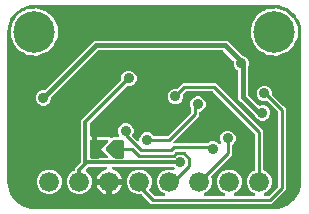
<source format=gbr>
G04 EAGLE Gerber RS-274X export*
G75*
%MOMM*%
%FSLAX34Y34*%
%LPD*%
%INBottom Copper*%
%IPPOS*%
%AMOC8*
5,1,8,0,0,1.08239X$1,22.5*%
G01*
%ADD10C,3.516000*%
%ADD11C,0.381000*%
%ADD12C,1.676400*%
%ADD13C,0.889000*%
%ADD14C,0.304800*%
%ADD15C,0.254000*%
%ADD16C,0.406400*%

G36*
X228622Y2543D02*
X228622Y2543D01*
X228700Y2545D01*
X232077Y2810D01*
X232145Y2824D01*
X232214Y2829D01*
X232370Y2869D01*
X238794Y4956D01*
X238901Y5006D01*
X239012Y5050D01*
X239063Y5083D01*
X239082Y5091D01*
X239097Y5104D01*
X239148Y5136D01*
X244612Y9107D01*
X244699Y9188D01*
X244746Y9227D01*
X244752Y9231D01*
X244753Y9232D01*
X244791Y9264D01*
X244829Y9310D01*
X244844Y9324D01*
X244855Y9342D01*
X244893Y9388D01*
X248864Y14852D01*
X248921Y14956D01*
X248985Y15056D01*
X249007Y15113D01*
X249017Y15131D01*
X249022Y15151D01*
X249044Y15206D01*
X251131Y21630D01*
X251144Y21698D01*
X251167Y21764D01*
X251190Y21923D01*
X251455Y25300D01*
X251455Y25304D01*
X251456Y25307D01*
X251455Y25326D01*
X251459Y25400D01*
X251459Y152400D01*
X251457Y152422D01*
X251455Y152500D01*
X251190Y155877D01*
X251176Y155945D01*
X251171Y156014D01*
X251131Y156170D01*
X249044Y162594D01*
X248993Y162701D01*
X248950Y162812D01*
X248917Y162863D01*
X248909Y162882D01*
X248896Y162897D01*
X248864Y162948D01*
X247171Y165278D01*
X247153Y165297D01*
X247139Y165320D01*
X247044Y165413D01*
X246953Y165509D01*
X246931Y165524D01*
X246912Y165542D01*
X246798Y165608D01*
X246792Y165624D01*
X246789Y165651D01*
X246740Y165775D01*
X246697Y165900D01*
X246682Y165922D01*
X246672Y165947D01*
X246586Y166083D01*
X244893Y168412D01*
X244812Y168499D01*
X244736Y168591D01*
X244690Y168629D01*
X244676Y168644D01*
X244658Y168655D01*
X244612Y168693D01*
X239148Y172664D01*
X239044Y172721D01*
X238944Y172785D01*
X238887Y172807D01*
X238869Y172817D01*
X238849Y172822D01*
X238794Y172844D01*
X232370Y174931D01*
X232302Y174944D01*
X232236Y174967D01*
X232077Y174990D01*
X228700Y175255D01*
X228678Y175254D01*
X228600Y175259D01*
X25400Y175259D01*
X25378Y175257D01*
X25300Y175255D01*
X21923Y174990D01*
X21855Y174976D01*
X21786Y174971D01*
X21630Y174931D01*
X18892Y174041D01*
X18867Y174030D01*
X18842Y174024D01*
X18724Y173963D01*
X18604Y173906D01*
X18583Y173889D01*
X18560Y173877D01*
X18462Y173789D01*
X18445Y173788D01*
X18418Y173793D01*
X18286Y173785D01*
X18153Y173783D01*
X18127Y173775D01*
X18101Y173774D01*
X17945Y173734D01*
X15206Y172844D01*
X15099Y172794D01*
X14988Y172750D01*
X14937Y172717D01*
X14918Y172709D01*
X14903Y172696D01*
X14852Y172664D01*
X9388Y168693D01*
X9301Y168612D01*
X9209Y168536D01*
X9171Y168490D01*
X9156Y168476D01*
X9145Y168458D01*
X9107Y168412D01*
X5136Y162948D01*
X5079Y162844D01*
X5015Y162744D01*
X4993Y162687D01*
X4983Y162669D01*
X4978Y162649D01*
X4956Y162594D01*
X2869Y156170D01*
X2856Y156102D01*
X2833Y156036D01*
X2810Y155877D01*
X2545Y152500D01*
X2546Y152478D01*
X2541Y152400D01*
X2541Y25400D01*
X2543Y25378D01*
X2545Y25300D01*
X2810Y21923D01*
X2824Y21855D01*
X2829Y21786D01*
X2869Y21630D01*
X4956Y15206D01*
X5006Y15099D01*
X5050Y14988D01*
X5083Y14937D01*
X5091Y14918D01*
X5104Y14903D01*
X5136Y14852D01*
X9107Y9388D01*
X9127Y9366D01*
X9138Y9348D01*
X9184Y9305D01*
X9188Y9301D01*
X9264Y9209D01*
X9310Y9171D01*
X9324Y9156D01*
X9342Y9145D01*
X9388Y9107D01*
X14852Y5136D01*
X14956Y5079D01*
X15056Y5015D01*
X15113Y4993D01*
X15131Y4983D01*
X15151Y4978D01*
X15206Y4956D01*
X21630Y2869D01*
X21698Y2856D01*
X21764Y2833D01*
X21923Y2810D01*
X25300Y2545D01*
X25322Y2546D01*
X25400Y2541D01*
X228600Y2541D01*
X228622Y2543D01*
G37*
%LPC*%
G36*
X124362Y6857D02*
X124362Y6857D01*
X116606Y14614D01*
X116527Y14674D01*
X116455Y14742D01*
X116402Y14771D01*
X116354Y14808D01*
X116263Y14848D01*
X116177Y14896D01*
X116118Y14911D01*
X116063Y14935D01*
X115965Y14950D01*
X115869Y14975D01*
X115769Y14981D01*
X115748Y14985D01*
X115736Y14983D01*
X115708Y14985D01*
X112228Y14985D01*
X108401Y16571D01*
X105471Y19501D01*
X103885Y23328D01*
X103885Y27472D01*
X105471Y31299D01*
X108401Y34229D01*
X112228Y35815D01*
X116372Y35815D01*
X120199Y34229D01*
X123129Y31299D01*
X124715Y27472D01*
X124715Y23328D01*
X123129Y19501D01*
X122992Y19364D01*
X122919Y19270D01*
X122840Y19180D01*
X122822Y19144D01*
X122797Y19112D01*
X122750Y19003D01*
X122696Y18897D01*
X122687Y18858D01*
X122671Y18821D01*
X122652Y18703D01*
X122626Y18587D01*
X122627Y18546D01*
X122621Y18506D01*
X122632Y18388D01*
X122636Y18269D01*
X122647Y18230D01*
X122651Y18190D01*
X122691Y18078D01*
X122724Y17963D01*
X122745Y17929D01*
X122758Y17891D01*
X122825Y17792D01*
X122886Y17689D01*
X122926Y17644D01*
X122937Y17627D01*
X122952Y17614D01*
X122992Y17569D01*
X126726Y13834D01*
X126805Y13774D01*
X126877Y13706D01*
X126930Y13677D01*
X126978Y13640D01*
X127069Y13600D01*
X127155Y13552D01*
X127214Y13537D01*
X127269Y13513D01*
X127367Y13498D01*
X127463Y13473D01*
X127563Y13467D01*
X127584Y13463D01*
X127596Y13465D01*
X127624Y13463D01*
X134923Y13463D01*
X134992Y13471D01*
X135062Y13470D01*
X135150Y13491D01*
X135239Y13503D01*
X135304Y13528D01*
X135371Y13545D01*
X135451Y13587D01*
X135534Y13620D01*
X135591Y13661D01*
X135653Y13693D01*
X135719Y13754D01*
X135792Y13806D01*
X135836Y13860D01*
X135888Y13907D01*
X135937Y13982D01*
X135995Y14051D01*
X136024Y14115D01*
X136063Y14173D01*
X136092Y14258D01*
X136130Y14339D01*
X136143Y14408D01*
X136166Y14474D01*
X136173Y14563D01*
X136190Y14651D01*
X136186Y14721D01*
X136191Y14791D01*
X136176Y14879D01*
X136170Y14969D01*
X136149Y15035D01*
X136137Y15104D01*
X136100Y15186D01*
X136072Y15271D01*
X136035Y15330D01*
X136006Y15394D01*
X135950Y15464D01*
X135902Y15540D01*
X135851Y15588D01*
X135808Y15642D01*
X135736Y15697D01*
X135670Y15758D01*
X135609Y15792D01*
X135553Y15834D01*
X135409Y15905D01*
X133801Y16571D01*
X130871Y19501D01*
X129285Y23328D01*
X129285Y27472D01*
X130871Y31299D01*
X133801Y34229D01*
X137628Y35815D01*
X141772Y35815D01*
X142500Y35513D01*
X142567Y35495D01*
X142631Y35467D01*
X142720Y35453D01*
X142806Y35429D01*
X142876Y35428D01*
X142945Y35417D01*
X143035Y35426D01*
X143124Y35424D01*
X143192Y35440D01*
X143262Y35447D01*
X143346Y35477D01*
X143434Y35498D01*
X143495Y35531D01*
X143561Y35555D01*
X143635Y35605D01*
X143715Y35647D01*
X143766Y35694D01*
X143824Y35733D01*
X143883Y35801D01*
X143950Y35861D01*
X143988Y35919D01*
X144035Y35972D01*
X144075Y36052D01*
X144125Y36127D01*
X144147Y36193D01*
X144179Y36255D01*
X144199Y36342D01*
X144228Y36427D01*
X144233Y36497D01*
X144249Y36565D01*
X144246Y36655D01*
X144253Y36745D01*
X144241Y36813D01*
X144239Y36883D01*
X144214Y36969D01*
X144199Y37058D01*
X144170Y37122D01*
X144151Y37189D01*
X144105Y37266D01*
X144068Y37348D01*
X144025Y37402D01*
X143989Y37462D01*
X143883Y37583D01*
X143485Y37982D01*
X143406Y38042D01*
X143334Y38110D01*
X143281Y38139D01*
X143233Y38176D01*
X143142Y38216D01*
X143056Y38264D01*
X142997Y38279D01*
X142941Y38303D01*
X142843Y38318D01*
X142748Y38343D01*
X142648Y38349D01*
X142627Y38353D01*
X142615Y38351D01*
X142587Y38353D01*
X92394Y38353D01*
X92276Y38338D01*
X92157Y38331D01*
X92119Y38318D01*
X92079Y38313D01*
X91968Y38269D01*
X91854Y38233D01*
X91820Y38211D01*
X91783Y38196D01*
X91686Y38126D01*
X91586Y38062D01*
X91558Y38033D01*
X91526Y38010D01*
X91449Y37917D01*
X91368Y37831D01*
X91349Y37795D01*
X91323Y37765D01*
X91272Y37657D01*
X91214Y37552D01*
X91204Y37513D01*
X91187Y37477D01*
X91165Y37360D01*
X91135Y37244D01*
X91135Y37204D01*
X91128Y37165D01*
X91135Y37045D01*
X91135Y36926D01*
X91145Y36887D01*
X91147Y36847D01*
X91184Y36734D01*
X91214Y36618D01*
X91233Y36583D01*
X91245Y36545D01*
X91309Y36444D01*
X91367Y36339D01*
X91394Y36310D01*
X91416Y36276D01*
X91503Y36194D01*
X91584Y36107D01*
X91618Y36085D01*
X91647Y36058D01*
X91752Y36000D01*
X91852Y35936D01*
X91908Y35914D01*
X91926Y35904D01*
X91945Y35899D01*
X92002Y35877D01*
X93093Y35522D01*
X94625Y34742D01*
X96016Y33731D01*
X97231Y32516D01*
X98242Y31125D01*
X99023Y29593D01*
X99554Y27958D01*
X99563Y27899D01*
X90130Y27899D01*
X90012Y27884D01*
X89893Y27877D01*
X89855Y27864D01*
X89815Y27859D01*
X89704Y27816D01*
X89591Y27779D01*
X89557Y27757D01*
X89519Y27742D01*
X89423Y27673D01*
X89322Y27609D01*
X89294Y27579D01*
X89262Y27556D01*
X89186Y27464D01*
X89104Y27377D01*
X89085Y27342D01*
X89059Y27311D01*
X89008Y27203D01*
X88951Y27099D01*
X88941Y27059D01*
X88923Y27023D01*
X88903Y26916D01*
X88899Y26946D01*
X88855Y27056D01*
X88819Y27169D01*
X88797Y27204D01*
X88782Y27241D01*
X88712Y27337D01*
X88649Y27438D01*
X88619Y27466D01*
X88595Y27499D01*
X88504Y27575D01*
X88417Y27656D01*
X88382Y27676D01*
X88350Y27701D01*
X88243Y27752D01*
X88138Y27810D01*
X88099Y27820D01*
X88063Y27837D01*
X87946Y27859D01*
X87830Y27889D01*
X87770Y27893D01*
X87750Y27897D01*
X87730Y27895D01*
X87670Y27899D01*
X78237Y27899D01*
X78246Y27958D01*
X78777Y29593D01*
X79558Y31125D01*
X80569Y32516D01*
X81784Y33731D01*
X83175Y34742D01*
X84707Y35522D01*
X85798Y35877D01*
X85906Y35928D01*
X86017Y35972D01*
X86049Y35995D01*
X86086Y36012D01*
X86178Y36088D01*
X86274Y36158D01*
X86300Y36189D01*
X86331Y36215D01*
X86401Y36311D01*
X86477Y36403D01*
X86494Y36440D01*
X86518Y36472D01*
X86562Y36583D01*
X86613Y36691D01*
X86620Y36730D01*
X86635Y36768D01*
X86650Y36886D01*
X86672Y37004D01*
X86670Y37043D01*
X86675Y37083D01*
X86660Y37202D01*
X86653Y37321D01*
X86640Y37359D01*
X86635Y37399D01*
X86591Y37510D01*
X86555Y37623D01*
X86533Y37657D01*
X86518Y37695D01*
X86448Y37791D01*
X86384Y37892D01*
X86355Y37920D01*
X86332Y37952D01*
X86240Y38028D01*
X86153Y38110D01*
X86118Y38129D01*
X86087Y38155D01*
X85979Y38206D01*
X85874Y38264D01*
X85835Y38274D01*
X85799Y38291D01*
X85682Y38313D01*
X85566Y38343D01*
X85507Y38347D01*
X85487Y38351D01*
X85466Y38349D01*
X85406Y38353D01*
X71849Y38353D01*
X71751Y38341D01*
X71652Y38338D01*
X71594Y38321D01*
X71533Y38313D01*
X71441Y38277D01*
X71346Y38249D01*
X71294Y38219D01*
X71238Y38196D01*
X71158Y38138D01*
X71072Y38088D01*
X70997Y38022D01*
X70980Y38010D01*
X70973Y38000D01*
X70951Y37982D01*
X69187Y36217D01*
X69156Y36177D01*
X69119Y36144D01*
X69059Y36052D01*
X68992Y35966D01*
X68972Y35920D01*
X68945Y35878D01*
X68909Y35774D01*
X68866Y35674D01*
X68858Y35624D01*
X68841Y35577D01*
X68833Y35468D01*
X68816Y35360D01*
X68820Y35310D01*
X68816Y35260D01*
X68835Y35152D01*
X68845Y35043D01*
X68862Y34996D01*
X68871Y34947D01*
X68916Y34847D01*
X68953Y34744D01*
X68981Y34702D01*
X69002Y34657D01*
X69070Y34571D01*
X69132Y34481D01*
X69169Y34447D01*
X69200Y34408D01*
X69280Y34348D01*
X72329Y31299D01*
X73915Y27472D01*
X73915Y23328D01*
X72329Y19501D01*
X69399Y16571D01*
X65572Y14985D01*
X61428Y14985D01*
X57601Y16571D01*
X54671Y19501D01*
X53085Y23328D01*
X53085Y27472D01*
X54671Y31299D01*
X57601Y34229D01*
X59160Y34875D01*
X59185Y34890D01*
X59213Y34899D01*
X59323Y34968D01*
X59436Y35033D01*
X59457Y35053D01*
X59482Y35069D01*
X59571Y35164D01*
X59664Y35254D01*
X59680Y35279D01*
X59700Y35301D01*
X59763Y35414D01*
X59831Y35525D01*
X59839Y35553D01*
X59854Y35579D01*
X59886Y35705D01*
X59924Y35829D01*
X59926Y35858D01*
X59933Y35887D01*
X59943Y36048D01*
X59943Y37033D01*
X64652Y41741D01*
X64712Y41820D01*
X64780Y41892D01*
X64809Y41945D01*
X64846Y41993D01*
X64886Y42084D01*
X64934Y42170D01*
X64949Y42229D01*
X64973Y42285D01*
X64988Y42383D01*
X65013Y42478D01*
X65019Y42578D01*
X65023Y42599D01*
X65021Y42611D01*
X65023Y42639D01*
X65023Y77673D01*
X98561Y111210D01*
X98621Y111289D01*
X98689Y111361D01*
X98718Y111414D01*
X98755Y111462D01*
X98795Y111553D01*
X98843Y111639D01*
X98858Y111698D01*
X98882Y111754D01*
X98897Y111852D01*
X98922Y111947D01*
X98928Y112047D01*
X98932Y112068D01*
X98930Y112080D01*
X98932Y112108D01*
X98932Y114319D01*
X99918Y116699D01*
X101741Y118522D01*
X104121Y119508D01*
X106699Y119508D01*
X109079Y118522D01*
X110902Y116699D01*
X111888Y114319D01*
X111888Y111741D01*
X110902Y109361D01*
X109079Y107538D01*
X106699Y106552D01*
X104488Y106552D01*
X104390Y106540D01*
X104291Y106537D01*
X104233Y106520D01*
X104172Y106512D01*
X104080Y106476D01*
X103985Y106448D01*
X103933Y106418D01*
X103877Y106395D01*
X103797Y106337D01*
X103711Y106287D01*
X103636Y106221D01*
X103619Y106209D01*
X103612Y106199D01*
X103590Y106181D01*
X72508Y75099D01*
X72448Y75020D01*
X72380Y74948D01*
X72351Y74895D01*
X72314Y74847D01*
X72274Y74756D01*
X72226Y74670D01*
X72211Y74611D01*
X72187Y74555D01*
X72172Y74457D01*
X72147Y74362D01*
X72141Y74262D01*
X72137Y74241D01*
X72139Y74229D01*
X72137Y74201D01*
X72137Y65032D01*
X72152Y64914D01*
X72159Y64795D01*
X72172Y64757D01*
X72177Y64716D01*
X72220Y64606D01*
X72257Y64493D01*
X72279Y64458D01*
X72294Y64421D01*
X72363Y64325D01*
X72427Y64224D01*
X72457Y64196D01*
X72480Y64163D01*
X72572Y64087D01*
X72659Y64006D01*
X72694Y63986D01*
X72725Y63961D01*
X72833Y63910D01*
X72937Y63852D01*
X72977Y63842D01*
X73013Y63825D01*
X73130Y63803D01*
X73245Y63773D01*
X73305Y63769D01*
X73325Y63765D01*
X73346Y63767D01*
X73406Y63763D01*
X74296Y63763D01*
X74296Y61221D01*
X73430Y61221D01*
X73372Y61213D01*
X73314Y61215D01*
X73232Y61193D01*
X73149Y61181D01*
X73095Y61158D01*
X73039Y61143D01*
X72966Y61100D01*
X72889Y61065D01*
X72844Y61027D01*
X72794Y60998D01*
X72736Y60936D01*
X72672Y60882D01*
X72640Y60833D01*
X72600Y60790D01*
X72561Y60715D01*
X72515Y60645D01*
X72497Y60589D01*
X72470Y60537D01*
X72459Y60469D01*
X72429Y60374D01*
X72426Y60274D01*
X72415Y60206D01*
X72415Y46474D01*
X72423Y46416D01*
X72421Y46358D01*
X72443Y46276D01*
X72455Y46193D01*
X72479Y46139D01*
X72493Y46083D01*
X72536Y46010D01*
X72571Y45933D01*
X72609Y45888D01*
X72639Y45838D01*
X72700Y45780D01*
X72755Y45716D01*
X72803Y45684D01*
X72846Y45644D01*
X72921Y45605D01*
X72991Y45559D01*
X73047Y45541D01*
X73099Y45514D01*
X73167Y45503D01*
X73262Y45473D01*
X73362Y45470D01*
X73430Y45459D01*
X87130Y45459D01*
X87150Y45462D01*
X87169Y45460D01*
X87290Y45481D01*
X87412Y45499D01*
X87429Y45507D01*
X87449Y45510D01*
X87559Y45565D01*
X87671Y45615D01*
X87686Y45628D01*
X87704Y45636D01*
X87795Y45719D01*
X87888Y45799D01*
X87899Y45815D01*
X87913Y45828D01*
X87977Y45933D01*
X88046Y46035D01*
X88051Y46054D01*
X88062Y46071D01*
X88094Y46189D01*
X88131Y46306D01*
X88132Y46326D01*
X88137Y46345D01*
X88135Y46467D01*
X88139Y46590D01*
X88134Y46609D01*
X88133Y46629D01*
X88098Y46747D01*
X88067Y46865D01*
X88057Y46882D01*
X88051Y46901D01*
X88009Y46962D01*
X87922Y47110D01*
X87884Y47145D01*
X87861Y47178D01*
X81927Y53340D01*
X87861Y59502D01*
X87873Y59518D01*
X87888Y59531D01*
X87956Y59633D01*
X88028Y59732D01*
X88035Y59751D01*
X88046Y59767D01*
X88083Y59884D01*
X88124Y60000D01*
X88125Y60019D01*
X88131Y60038D01*
X88134Y60161D01*
X88142Y60283D01*
X88138Y60303D01*
X88139Y60322D01*
X88108Y60441D01*
X88081Y60561D01*
X88072Y60578D01*
X88067Y60597D01*
X88004Y60703D01*
X87945Y60811D01*
X87932Y60825D01*
X87922Y60842D01*
X87832Y60926D01*
X87746Y61013D01*
X87729Y61023D01*
X87714Y61036D01*
X87605Y61092D01*
X87498Y61152D01*
X87479Y61157D01*
X87461Y61166D01*
X87388Y61178D01*
X87221Y61217D01*
X87170Y61215D01*
X87130Y61221D01*
X78104Y61221D01*
X78104Y63763D01*
X87085Y63763D01*
X87092Y63764D01*
X87109Y63763D01*
X87565Y63772D01*
X88007Y63653D01*
X88014Y63652D01*
X88030Y63647D01*
X88473Y63537D01*
X88870Y63309D01*
X88877Y63306D01*
X88891Y63297D01*
X89290Y63076D01*
X89545Y62821D01*
X89658Y62733D01*
X89769Y62643D01*
X89784Y62636D01*
X89797Y62626D01*
X89928Y62569D01*
X90057Y62509D01*
X90073Y62506D01*
X90088Y62499D01*
X90229Y62477D01*
X90370Y62451D01*
X90386Y62452D01*
X90403Y62449D01*
X90544Y62463D01*
X90687Y62473D01*
X90703Y62478D01*
X90719Y62479D01*
X90854Y62528D01*
X90989Y62572D01*
X91003Y62581D01*
X91018Y62587D01*
X91137Y62667D01*
X91257Y62744D01*
X91273Y62760D01*
X91282Y62765D01*
X91294Y62779D01*
X91374Y62855D01*
X91744Y63255D01*
X92993Y63255D01*
X93007Y63257D01*
X93041Y63256D01*
X94422Y63308D01*
X94461Y63293D01*
X94535Y63284D01*
X94608Y63265D01*
X94769Y63255D01*
X96165Y63255D01*
X96214Y63261D01*
X96264Y63259D01*
X96371Y63281D01*
X96480Y63295D01*
X96527Y63313D01*
X96575Y63323D01*
X96674Y63371D01*
X96776Y63412D01*
X96816Y63441D01*
X96861Y63463D01*
X96944Y63534D01*
X97033Y63598D01*
X97065Y63637D01*
X97103Y63669D01*
X97166Y63759D01*
X97236Y63843D01*
X97257Y63888D01*
X97286Y63929D01*
X97325Y64032D01*
X97372Y64131D01*
X97381Y64180D01*
X97399Y64226D01*
X97411Y64336D01*
X97431Y64443D01*
X97428Y64493D01*
X97434Y64542D01*
X97419Y64651D01*
X97412Y64761D01*
X97396Y64808D01*
X97389Y64857D01*
X97337Y65010D01*
X96392Y67291D01*
X96392Y69869D01*
X97378Y72249D01*
X99201Y74072D01*
X101581Y75058D01*
X104159Y75058D01*
X106539Y74072D01*
X108362Y72249D01*
X109348Y69869D01*
X109348Y67291D01*
X108405Y65014D01*
X108397Y64986D01*
X108383Y64960D01*
X108355Y64833D01*
X108321Y64708D01*
X108320Y64678D01*
X108314Y64649D01*
X108318Y64519D01*
X108316Y64390D01*
X108322Y64361D01*
X108323Y64331D01*
X108359Y64207D01*
X108390Y64080D01*
X108404Y64054D01*
X108412Y64026D01*
X108478Y63914D01*
X108538Y63799D01*
X108558Y63777D01*
X108573Y63752D01*
X108680Y63631D01*
X112133Y60178D01*
X112242Y60093D01*
X112349Y60004D01*
X112368Y59996D01*
X112384Y59983D01*
X112512Y59928D01*
X112637Y59869D01*
X112657Y59865D01*
X112676Y59857D01*
X112814Y59835D01*
X112950Y59809D01*
X112970Y59810D01*
X112990Y59807D01*
X113129Y59820D01*
X113267Y59829D01*
X113286Y59835D01*
X113306Y59837D01*
X113438Y59884D01*
X113569Y59927D01*
X113587Y59938D01*
X113606Y59945D01*
X113721Y60023D01*
X113838Y60097D01*
X113852Y60112D01*
X113869Y60123D01*
X113961Y60227D01*
X114056Y60329D01*
X114066Y60346D01*
X114079Y60362D01*
X114143Y60485D01*
X114210Y60607D01*
X114215Y60627D01*
X114224Y60645D01*
X114254Y60781D01*
X114289Y60915D01*
X114291Y60943D01*
X114294Y60955D01*
X114293Y60976D01*
X114299Y61076D01*
X114299Y62249D01*
X115285Y64629D01*
X117108Y66452D01*
X119488Y67438D01*
X122066Y67438D01*
X124446Y66452D01*
X126263Y64634D01*
X126342Y64574D01*
X126414Y64506D01*
X126467Y64477D01*
X126515Y64440D01*
X126606Y64400D01*
X126692Y64352D01*
X126751Y64337D01*
X126807Y64313D01*
X126905Y64298D01*
X127000Y64273D01*
X127100Y64267D01*
X127121Y64263D01*
X127133Y64265D01*
X127161Y64263D01*
X137806Y64263D01*
X137904Y64275D01*
X138003Y64278D01*
X138062Y64295D01*
X138122Y64303D01*
X138214Y64339D01*
X138309Y64367D01*
X138361Y64397D01*
X138417Y64420D01*
X138497Y64478D01*
X138583Y64528D01*
X138658Y64594D01*
X138675Y64606D01*
X138683Y64616D01*
X138704Y64634D01*
X157616Y83546D01*
X157676Y83625D01*
X157744Y83697D01*
X157773Y83750D01*
X157810Y83798D01*
X157850Y83889D01*
X157898Y83975D01*
X157913Y84034D01*
X157937Y84089D01*
X157952Y84187D01*
X157977Y84283D01*
X157983Y84383D01*
X157987Y84404D01*
X157985Y84416D01*
X157987Y84444D01*
X157987Y88239D01*
X157986Y88248D01*
X157987Y88257D01*
X157966Y88406D01*
X157947Y88555D01*
X157944Y88563D01*
X157943Y88572D01*
X157891Y88725D01*
X157352Y90024D01*
X157352Y92602D01*
X158338Y94982D01*
X160161Y96805D01*
X162541Y97791D01*
X165119Y97791D01*
X167499Y96805D01*
X169322Y94982D01*
X170308Y92602D01*
X170308Y90024D01*
X169322Y87644D01*
X167499Y85821D01*
X165376Y84942D01*
X165351Y84927D01*
X165323Y84918D01*
X165289Y84897D01*
X165259Y84885D01*
X165194Y84838D01*
X165100Y84785D01*
X165079Y84764D01*
X165054Y84748D01*
X165019Y84711D01*
X165001Y84698D01*
X164962Y84651D01*
X164872Y84563D01*
X164856Y84538D01*
X164836Y84517D01*
X164806Y84462D01*
X164799Y84453D01*
X164784Y84422D01*
X164773Y84403D01*
X164705Y84292D01*
X164697Y84264D01*
X164682Y84238D01*
X164665Y84169D01*
X164663Y84166D01*
X164661Y84155D01*
X164650Y84112D01*
X164612Y83988D01*
X164610Y83959D01*
X164603Y83930D01*
X164593Y83769D01*
X164593Y81182D01*
X162286Y78876D01*
X143490Y60079D01*
X143405Y59970D01*
X143316Y59863D01*
X143308Y59844D01*
X143295Y59828D01*
X143240Y59700D01*
X143181Y59575D01*
X143177Y59555D01*
X143169Y59536D01*
X143147Y59398D01*
X143121Y59262D01*
X143122Y59242D01*
X143119Y59222D01*
X143132Y59083D01*
X143141Y58945D01*
X143147Y58926D01*
X143149Y58906D01*
X143196Y58774D01*
X143239Y58643D01*
X143250Y58625D01*
X143257Y58606D01*
X143335Y58491D01*
X143409Y58374D01*
X143424Y58360D01*
X143435Y58343D01*
X143539Y58251D01*
X143641Y58156D01*
X143658Y58146D01*
X143674Y58133D01*
X143797Y58069D01*
X143919Y58002D01*
X143939Y57997D01*
X143957Y57988D01*
X144093Y57958D01*
X144227Y57923D01*
X144255Y57921D01*
X144267Y57918D01*
X144288Y57919D01*
X144388Y57913D01*
X171416Y57913D01*
X171514Y57925D01*
X171613Y57928D01*
X171672Y57945D01*
X171732Y57953D01*
X171824Y57989D01*
X171919Y58017D01*
X171971Y58047D01*
X172027Y58070D01*
X172107Y58128D01*
X172193Y58178D01*
X172268Y58244D01*
X172285Y58256D01*
X172292Y58266D01*
X172314Y58284D01*
X172861Y58832D01*
X175241Y59818D01*
X177819Y59818D01*
X180199Y58832D01*
X181537Y57493D01*
X181592Y57451D01*
X181641Y57401D01*
X181718Y57354D01*
X181789Y57299D01*
X181853Y57271D01*
X181912Y57234D01*
X181998Y57208D01*
X182081Y57172D01*
X182150Y57161D01*
X182216Y57141D01*
X182306Y57136D01*
X182395Y57122D01*
X182464Y57129D01*
X182534Y57126D01*
X182622Y57144D01*
X182711Y57152D01*
X182777Y57176D01*
X182845Y57190D01*
X182926Y57229D01*
X183011Y57260D01*
X183068Y57299D01*
X183131Y57330D01*
X183199Y57388D01*
X183274Y57438D01*
X183320Y57491D01*
X183373Y57536D01*
X183425Y57609D01*
X183484Y57677D01*
X183516Y57739D01*
X183556Y57796D01*
X183588Y57880D01*
X183629Y57960D01*
X183644Y58028D01*
X183669Y58093D01*
X183679Y58183D01*
X183698Y58270D01*
X183696Y58340D01*
X183704Y58409D01*
X183691Y58498D01*
X183689Y58588D01*
X183669Y58655D01*
X183660Y58724D01*
X183608Y58877D01*
X182752Y60941D01*
X182752Y63519D01*
X183738Y65899D01*
X185561Y67722D01*
X187941Y68708D01*
X190519Y68708D01*
X192899Y67722D01*
X194722Y65899D01*
X195708Y63519D01*
X195708Y60941D01*
X194722Y58561D01*
X192904Y56744D01*
X192844Y56665D01*
X192776Y56593D01*
X192755Y56556D01*
X192734Y56530D01*
X192726Y56514D01*
X192710Y56492D01*
X192670Y56401D01*
X192622Y56315D01*
X192610Y56268D01*
X192598Y56242D01*
X192596Y56230D01*
X192583Y56200D01*
X192568Y56102D01*
X192543Y56007D01*
X192537Y55907D01*
X192533Y55886D01*
X192535Y55874D01*
X192533Y55846D01*
X192533Y48162D01*
X190226Y45856D01*
X175039Y30668D01*
X175021Y30645D01*
X174998Y30626D01*
X174924Y30520D01*
X174844Y30417D01*
X174832Y30390D01*
X174815Y30366D01*
X174769Y30244D01*
X174718Y30125D01*
X174713Y30096D01*
X174702Y30068D01*
X174688Y29939D01*
X174668Y29811D01*
X174670Y29781D01*
X174667Y29752D01*
X174685Y29624D01*
X174697Y29494D01*
X174707Y29466D01*
X174712Y29437D01*
X174764Y29285D01*
X175515Y27472D01*
X175515Y23328D01*
X173929Y19501D01*
X170999Y16571D01*
X169391Y15905D01*
X169330Y15870D01*
X169266Y15844D01*
X169193Y15792D01*
X169115Y15747D01*
X169065Y15699D01*
X169008Y15658D01*
X168951Y15588D01*
X168886Y15526D01*
X168850Y15466D01*
X168805Y15413D01*
X168767Y15331D01*
X168720Y15255D01*
X168700Y15188D01*
X168670Y15125D01*
X168653Y15037D01*
X168627Y14951D01*
X168623Y14881D01*
X168610Y14812D01*
X168616Y14723D01*
X168611Y14633D01*
X168626Y14565D01*
X168630Y14495D01*
X168658Y14410D01*
X168676Y14322D01*
X168706Y14259D01*
X168728Y14193D01*
X168776Y14117D01*
X168815Y14036D01*
X168861Y13983D01*
X168898Y13924D01*
X168963Y13862D01*
X169022Y13794D01*
X169079Y13754D01*
X169130Y13706D01*
X169208Y13663D01*
X169282Y13611D01*
X169347Y13586D01*
X169408Y13552D01*
X169495Y13530D01*
X169579Y13498D01*
X169649Y13490D01*
X169716Y13473D01*
X169877Y13463D01*
X185723Y13463D01*
X185792Y13471D01*
X185862Y13470D01*
X185950Y13491D01*
X186039Y13503D01*
X186104Y13528D01*
X186171Y13545D01*
X186251Y13587D01*
X186334Y13620D01*
X186391Y13661D01*
X186453Y13693D01*
X186519Y13754D01*
X186592Y13806D01*
X186636Y13860D01*
X186688Y13907D01*
X186737Y13982D01*
X186795Y14051D01*
X186824Y14115D01*
X186863Y14173D01*
X186892Y14258D01*
X186930Y14339D01*
X186943Y14408D01*
X186966Y14474D01*
X186973Y14563D01*
X186990Y14651D01*
X186986Y14721D01*
X186991Y14791D01*
X186976Y14879D01*
X186970Y14969D01*
X186949Y15035D01*
X186937Y15104D01*
X186900Y15186D01*
X186872Y15271D01*
X186835Y15330D01*
X186806Y15394D01*
X186750Y15464D01*
X186702Y15540D01*
X186651Y15588D01*
X186608Y15642D01*
X186536Y15697D01*
X186470Y15758D01*
X186409Y15792D01*
X186353Y15834D01*
X186209Y15905D01*
X184601Y16571D01*
X181671Y19501D01*
X180085Y23328D01*
X180085Y27472D01*
X181671Y31299D01*
X184601Y34229D01*
X188428Y35815D01*
X192572Y35815D01*
X196399Y34229D01*
X199329Y31299D01*
X200915Y27472D01*
X200915Y23328D01*
X199329Y19501D01*
X196399Y16571D01*
X194791Y15905D01*
X194730Y15870D01*
X194666Y15844D01*
X194593Y15792D01*
X194515Y15747D01*
X194465Y15699D01*
X194408Y15658D01*
X194351Y15588D01*
X194286Y15526D01*
X194250Y15466D01*
X194205Y15413D01*
X194167Y15331D01*
X194120Y15255D01*
X194100Y15188D01*
X194070Y15125D01*
X194053Y15037D01*
X194027Y14951D01*
X194023Y14881D01*
X194010Y14812D01*
X194016Y14723D01*
X194011Y14633D01*
X194026Y14565D01*
X194030Y14495D01*
X194058Y14410D01*
X194076Y14322D01*
X194106Y14259D01*
X194128Y14193D01*
X194176Y14117D01*
X194215Y14036D01*
X194261Y13983D01*
X194298Y13924D01*
X194363Y13862D01*
X194422Y13794D01*
X194479Y13754D01*
X194530Y13706D01*
X194608Y13663D01*
X194682Y13611D01*
X194747Y13586D01*
X194808Y13552D01*
X194895Y13530D01*
X194979Y13498D01*
X195049Y13490D01*
X195116Y13473D01*
X195277Y13463D01*
X211123Y13463D01*
X211192Y13471D01*
X211262Y13470D01*
X211350Y13491D01*
X211439Y13503D01*
X211504Y13528D01*
X211571Y13545D01*
X211651Y13587D01*
X211734Y13620D01*
X211791Y13661D01*
X211853Y13693D01*
X211919Y13754D01*
X211992Y13806D01*
X212036Y13860D01*
X212088Y13907D01*
X212137Y13982D01*
X212195Y14051D01*
X212224Y14115D01*
X212263Y14173D01*
X212292Y14258D01*
X212330Y14339D01*
X212343Y14408D01*
X212366Y14474D01*
X212373Y14563D01*
X212390Y14651D01*
X212386Y14721D01*
X212391Y14791D01*
X212376Y14879D01*
X212370Y14969D01*
X212349Y15035D01*
X212337Y15104D01*
X212300Y15186D01*
X212272Y15271D01*
X212235Y15330D01*
X212206Y15394D01*
X212150Y15464D01*
X212102Y15540D01*
X212051Y15588D01*
X212008Y15642D01*
X211936Y15697D01*
X211870Y15758D01*
X211809Y15792D01*
X211753Y15834D01*
X211609Y15905D01*
X210001Y16571D01*
X207071Y19501D01*
X205485Y23328D01*
X205485Y27472D01*
X207071Y31299D01*
X210001Y34229D01*
X211814Y34980D01*
X211839Y34995D01*
X211867Y35004D01*
X211977Y35073D01*
X212090Y35138D01*
X212111Y35158D01*
X212136Y35174D01*
X212225Y35269D01*
X212318Y35359D01*
X212334Y35384D01*
X212354Y35406D01*
X212417Y35520D01*
X212485Y35630D01*
X212493Y35658D01*
X212508Y35684D01*
X212540Y35810D01*
X212578Y35934D01*
X212580Y35964D01*
X212587Y35992D01*
X212597Y36153D01*
X212597Y65416D01*
X212585Y65514D01*
X212582Y65613D01*
X212565Y65672D01*
X212557Y65732D01*
X212521Y65824D01*
X212493Y65919D01*
X212463Y65971D01*
X212440Y66027D01*
X212382Y66107D01*
X212332Y66193D01*
X212266Y66268D01*
X212254Y66285D01*
X212244Y66293D01*
X212226Y66314D01*
X176804Y101736D01*
X176725Y101796D01*
X176653Y101864D01*
X176600Y101893D01*
X176552Y101930D01*
X176461Y101970D01*
X176375Y102018D01*
X176316Y102033D01*
X176261Y102057D01*
X176163Y102072D01*
X176067Y102097D01*
X175967Y102103D01*
X175946Y102107D01*
X175934Y102105D01*
X175906Y102107D01*
X154294Y102107D01*
X154196Y102095D01*
X154097Y102092D01*
X154038Y102075D01*
X153978Y102067D01*
X153886Y102031D01*
X153791Y102003D01*
X153739Y101973D01*
X153683Y101950D01*
X153603Y101892D01*
X153517Y101842D01*
X153442Y101776D01*
X153425Y101764D01*
X153417Y101754D01*
X153396Y101736D01*
X151629Y99969D01*
X151569Y99890D01*
X151501Y99818D01*
X151472Y99765D01*
X151435Y99717D01*
X151395Y99626D01*
X151347Y99540D01*
X151332Y99481D01*
X151308Y99426D01*
X151293Y99328D01*
X151268Y99232D01*
X151262Y99132D01*
X151258Y99111D01*
X151260Y99099D01*
X151258Y99071D01*
X151258Y96501D01*
X150272Y94121D01*
X148449Y92298D01*
X146069Y91312D01*
X143491Y91312D01*
X141111Y92298D01*
X139288Y94121D01*
X138302Y96501D01*
X138302Y99079D01*
X139288Y101459D01*
X141111Y103282D01*
X143491Y104268D01*
X146061Y104268D01*
X146159Y104280D01*
X146258Y104283D01*
X146317Y104300D01*
X146377Y104308D01*
X146469Y104344D01*
X146564Y104372D01*
X146616Y104402D01*
X146672Y104425D01*
X146752Y104483D01*
X146838Y104533D01*
X146913Y104599D01*
X146930Y104611D01*
X146938Y104621D01*
X146959Y104639D01*
X151032Y108713D01*
X179168Y108713D01*
X219203Y68678D01*
X219203Y36153D01*
X219206Y36124D01*
X219204Y36094D01*
X219226Y35966D01*
X219243Y35837D01*
X219253Y35810D01*
X219258Y35781D01*
X219312Y35662D01*
X219360Y35542D01*
X219377Y35518D01*
X219389Y35491D01*
X219470Y35389D01*
X219546Y35284D01*
X219569Y35265D01*
X219588Y35242D01*
X219691Y35164D01*
X219791Y35081D01*
X219818Y35069D01*
X219842Y35051D01*
X219986Y34980D01*
X221799Y34229D01*
X224729Y31299D01*
X226315Y27472D01*
X226315Y23328D01*
X224729Y19501D01*
X221799Y16571D01*
X220191Y15905D01*
X220130Y15870D01*
X220066Y15844D01*
X219993Y15792D01*
X219915Y15747D01*
X219865Y15699D01*
X219808Y15658D01*
X219751Y15588D01*
X219686Y15526D01*
X219650Y15466D01*
X219605Y15413D01*
X219567Y15331D01*
X219520Y15255D01*
X219500Y15188D01*
X219470Y15125D01*
X219453Y15037D01*
X219427Y14951D01*
X219423Y14881D01*
X219410Y14812D01*
X219416Y14723D01*
X219411Y14633D01*
X219426Y14565D01*
X219430Y14495D01*
X219458Y14410D01*
X219476Y14322D01*
X219506Y14259D01*
X219528Y14193D01*
X219576Y14117D01*
X219615Y14036D01*
X219661Y13983D01*
X219698Y13924D01*
X219763Y13862D01*
X219822Y13794D01*
X219879Y13754D01*
X219930Y13706D01*
X220008Y13663D01*
X220082Y13611D01*
X220147Y13586D01*
X220208Y13552D01*
X220295Y13530D01*
X220379Y13498D01*
X220449Y13490D01*
X220516Y13473D01*
X220677Y13463D01*
X222896Y13463D01*
X222994Y13475D01*
X223093Y13478D01*
X223152Y13495D01*
X223212Y13503D01*
X223304Y13539D01*
X223399Y13567D01*
X223451Y13597D01*
X223507Y13620D01*
X223587Y13678D01*
X223673Y13728D01*
X223748Y13794D01*
X223765Y13806D01*
X223773Y13816D01*
X223794Y13834D01*
X231276Y21316D01*
X231336Y21395D01*
X231404Y21467D01*
X231433Y21520D01*
X231470Y21568D01*
X231510Y21659D01*
X231558Y21745D01*
X231573Y21804D01*
X231597Y21859D01*
X231612Y21957D01*
X231637Y22053D01*
X231643Y22153D01*
X231647Y22174D01*
X231645Y22186D01*
X231647Y22214D01*
X231647Y84466D01*
X231635Y84564D01*
X231632Y84663D01*
X231615Y84722D01*
X231607Y84782D01*
X231571Y84874D01*
X231543Y84969D01*
X231513Y85021D01*
X231490Y85077D01*
X231432Y85157D01*
X231382Y85243D01*
X231316Y85318D01*
X231304Y85335D01*
X231294Y85343D01*
X231276Y85364D01*
X222937Y93702D01*
X222914Y93720D01*
X222895Y93743D01*
X222788Y93817D01*
X222686Y93897D01*
X222659Y93909D01*
X222635Y93926D01*
X222513Y93972D01*
X222394Y94023D01*
X222365Y94028D01*
X222337Y94038D01*
X222208Y94053D01*
X222080Y94073D01*
X222051Y94070D01*
X222021Y94074D01*
X221893Y94056D01*
X221763Y94043D01*
X221736Y94033D01*
X221706Y94029D01*
X221554Y93977D01*
X221253Y93852D01*
X218675Y93852D01*
X216295Y94838D01*
X214472Y96661D01*
X213486Y99041D01*
X213486Y101619D01*
X214472Y103999D01*
X216295Y105822D01*
X218675Y106808D01*
X221253Y106808D01*
X223633Y105822D01*
X225456Y103999D01*
X226442Y101619D01*
X226442Y100065D01*
X226454Y99967D01*
X226457Y99868D01*
X226474Y99809D01*
X226482Y99749D01*
X226518Y99657D01*
X226546Y99562D01*
X226576Y99510D01*
X226599Y99454D01*
X226657Y99374D01*
X226707Y99288D01*
X226773Y99213D01*
X226785Y99196D01*
X226795Y99188D01*
X226813Y99167D01*
X235946Y90034D01*
X238253Y87728D01*
X238253Y18952D01*
X226158Y6857D01*
X124362Y6857D01*
G37*
%LPD*%
%LPC*%
G36*
X217024Y77342D02*
X217024Y77342D01*
X214644Y78328D01*
X212821Y80151D01*
X212301Y81407D01*
X212297Y81415D01*
X212294Y81424D01*
X212218Y81553D01*
X212144Y81683D01*
X212137Y81690D01*
X212132Y81698D01*
X212026Y81819D01*
X200618Y93227D01*
X197865Y95979D01*
X197865Y119028D01*
X197862Y119057D01*
X197864Y119087D01*
X197842Y119215D01*
X197825Y119344D01*
X197815Y119371D01*
X197810Y119400D01*
X197756Y119519D01*
X197708Y119639D01*
X197691Y119663D01*
X197679Y119690D01*
X197598Y119792D01*
X197522Y119897D01*
X197499Y119915D01*
X197480Y119939D01*
X197377Y120017D01*
X197277Y120099D01*
X197250Y120112D01*
X197226Y120130D01*
X197082Y120201D01*
X196991Y120238D01*
X195168Y122061D01*
X194182Y124441D01*
X194182Y127204D01*
X194170Y127302D01*
X194167Y127401D01*
X194150Y127459D01*
X194142Y127519D01*
X194106Y127611D01*
X194078Y127706D01*
X194048Y127758D01*
X194025Y127815D01*
X193967Y127895D01*
X193917Y127980D01*
X193851Y128056D01*
X193839Y128072D01*
X193829Y128080D01*
X193811Y128101D01*
X185378Y136534D01*
X185300Y136594D01*
X185228Y136662D01*
X185175Y136691D01*
X185127Y136728D01*
X185036Y136768D01*
X184949Y136816D01*
X184891Y136831D01*
X184835Y136855D01*
X184737Y136870D01*
X184641Y136895D01*
X184541Y136901D01*
X184521Y136905D01*
X184509Y136903D01*
X184481Y136905D01*
X79679Y136905D01*
X79581Y136893D01*
X79482Y136890D01*
X79424Y136873D01*
X79364Y136865D01*
X79272Y136829D01*
X79177Y136801D01*
X79125Y136771D01*
X79068Y136748D01*
X78988Y136690D01*
X78903Y136640D01*
X78827Y136574D01*
X78811Y136562D01*
X78803Y136552D01*
X78782Y136534D01*
X39869Y97621D01*
X39809Y97543D01*
X39741Y97471D01*
X39712Y97418D01*
X39675Y97370D01*
X39635Y97279D01*
X39587Y97192D01*
X39572Y97134D01*
X39548Y97078D01*
X39533Y96980D01*
X39508Y96884D01*
X39502Y96784D01*
X39498Y96764D01*
X39500Y96752D01*
X39498Y96724D01*
X39498Y95231D01*
X38512Y92851D01*
X36689Y91028D01*
X34309Y90042D01*
X31731Y90042D01*
X29351Y91028D01*
X27528Y92851D01*
X26542Y95231D01*
X26542Y97809D01*
X27528Y100189D01*
X29351Y102012D01*
X31731Y102998D01*
X33224Y102998D01*
X33322Y103010D01*
X33421Y103013D01*
X33479Y103030D01*
X33539Y103038D01*
X33631Y103074D01*
X33726Y103102D01*
X33778Y103132D01*
X33835Y103155D01*
X33915Y103213D01*
X34000Y103263D01*
X34076Y103329D01*
X34092Y103341D01*
X34100Y103351D01*
X34121Y103369D01*
X75786Y145035D01*
X188374Y145035D01*
X200829Y132579D01*
X200907Y132519D01*
X200979Y132451D01*
X201032Y132422D01*
X201080Y132385D01*
X201171Y132345D01*
X201258Y132297D01*
X201316Y132282D01*
X201372Y132258D01*
X201470Y132243D01*
X201566Y132218D01*
X201666Y132212D01*
X201686Y132208D01*
X201698Y132210D01*
X201726Y132208D01*
X201949Y132208D01*
X204329Y131222D01*
X206152Y129399D01*
X207138Y127019D01*
X207138Y124441D01*
X206091Y121915D01*
X206089Y121906D01*
X206084Y121898D01*
X206047Y121753D01*
X206007Y121609D01*
X206007Y121599D01*
X206005Y121590D01*
X205995Y121430D01*
X205995Y99872D01*
X206007Y99774D01*
X206010Y99675D01*
X206027Y99617D01*
X206035Y99557D01*
X206071Y99465D01*
X206099Y99370D01*
X206129Y99317D01*
X206152Y99261D01*
X206210Y99181D01*
X206260Y99096D01*
X206326Y99020D01*
X206338Y99004D01*
X206348Y98996D01*
X206366Y98975D01*
X215024Y90317D01*
X215048Y90299D01*
X215067Y90277D01*
X215173Y90202D01*
X215275Y90122D01*
X215303Y90111D01*
X215327Y90094D01*
X215448Y90048D01*
X215567Y89996D01*
X215596Y89991D01*
X215624Y89981D01*
X215753Y89966D01*
X215881Y89946D01*
X215911Y89949D01*
X215940Y89946D01*
X216069Y89964D01*
X216198Y89976D01*
X216226Y89986D01*
X216255Y89990D01*
X216407Y90042D01*
X217025Y90298D01*
X219602Y90298D01*
X221982Y89312D01*
X223805Y87489D01*
X224791Y85109D01*
X224791Y82531D01*
X223805Y80151D01*
X221982Y78328D01*
X219602Y77342D01*
X217024Y77342D01*
G37*
%LPD*%
%LPC*%
G36*
X23676Y132780D02*
X23676Y132780D01*
X23658Y132780D01*
X23543Y132787D01*
X21499Y132787D01*
X20951Y133014D01*
X20853Y133041D01*
X20757Y133077D01*
X20665Y133092D01*
X20644Y133098D01*
X20631Y133098D01*
X20598Y133104D01*
X19179Y133253D01*
X16215Y134964D01*
X16212Y134965D01*
X16210Y134967D01*
X16066Y135038D01*
X14290Y135773D01*
X13693Y136370D01*
X13626Y136422D01*
X13565Y136483D01*
X13451Y136558D01*
X13442Y136565D01*
X13438Y136567D01*
X13431Y136572D01*
X11929Y137439D01*
X10139Y139903D01*
X10126Y139917D01*
X10116Y139933D01*
X10009Y140054D01*
X8773Y141290D01*
X8357Y142296D01*
X8322Y142356D01*
X8297Y142420D01*
X8211Y142556D01*
X7008Y144211D01*
X6447Y146850D01*
X6436Y146883D01*
X6431Y146919D01*
X6379Y147071D01*
X5787Y148499D01*
X5787Y149822D01*
X5781Y149874D01*
X5783Y149926D01*
X5760Y150086D01*
X5268Y152400D01*
X5760Y154714D01*
X5764Y154767D01*
X5777Y154818D01*
X5787Y154978D01*
X5787Y156301D01*
X6379Y157729D01*
X6388Y157763D01*
X6404Y157795D01*
X6447Y157950D01*
X7008Y160589D01*
X8211Y162244D01*
X8244Y162305D01*
X8286Y162360D01*
X8357Y162504D01*
X8773Y163510D01*
X10009Y164746D01*
X10021Y164761D01*
X10036Y164773D01*
X10139Y164897D01*
X11929Y167361D01*
X13431Y168228D01*
X13499Y168280D01*
X13573Y168324D01*
X13675Y168414D01*
X13684Y168421D01*
X13687Y168424D01*
X13693Y168430D01*
X14290Y169027D01*
X16066Y169762D01*
X16068Y169764D01*
X16070Y169764D01*
X16215Y169836D01*
X18972Y171428D01*
X18993Y171444D01*
X19017Y171455D01*
X19119Y171540D01*
X19166Y171575D01*
X19203Y171568D01*
X19229Y171569D01*
X19256Y171565D01*
X19416Y171572D01*
X20598Y171696D01*
X20698Y171720D01*
X20799Y171734D01*
X20887Y171764D01*
X20908Y171769D01*
X20920Y171775D01*
X20951Y171786D01*
X21499Y172013D01*
X23543Y172013D01*
X23560Y172015D01*
X23676Y172020D01*
X27504Y172422D01*
X28573Y172075D01*
X28690Y172053D01*
X28805Y172023D01*
X28865Y172019D01*
X28885Y172015D01*
X28906Y172017D01*
X28965Y172013D01*
X29301Y172013D01*
X31209Y171223D01*
X31230Y171217D01*
X31302Y171188D01*
X35466Y169835D01*
X36078Y169285D01*
X36188Y169208D01*
X36297Y169126D01*
X36327Y169111D01*
X36339Y169103D01*
X36359Y169096D01*
X36441Y169055D01*
X36510Y169027D01*
X37805Y167732D01*
X37819Y167721D01*
X37853Y167686D01*
X41687Y164234D01*
X41900Y163756D01*
X41979Y163626D01*
X42250Y162972D01*
X42255Y162963D01*
X42263Y162941D01*
X45092Y156586D01*
X45092Y148214D01*
X42263Y141859D01*
X42260Y141849D01*
X42250Y141828D01*
X41994Y141211D01*
X41975Y141187D01*
X41970Y141179D01*
X41968Y141175D01*
X41963Y141165D01*
X41900Y141044D01*
X41687Y140566D01*
X37853Y137114D01*
X37841Y137100D01*
X37804Y137068D01*
X36510Y135773D01*
X36441Y135745D01*
X36324Y135678D01*
X36204Y135615D01*
X36177Y135594D01*
X36165Y135587D01*
X36149Y135572D01*
X36078Y135515D01*
X35466Y134965D01*
X31302Y133612D01*
X31283Y133603D01*
X31209Y133577D01*
X29301Y132787D01*
X28965Y132787D01*
X28848Y132772D01*
X28729Y132765D01*
X28670Y132750D01*
X28650Y132747D01*
X28631Y132740D01*
X28573Y132725D01*
X27504Y132378D01*
X23676Y132780D01*
G37*
%LPD*%
%LPC*%
G36*
X226876Y132780D02*
X226876Y132780D01*
X226858Y132780D01*
X226743Y132787D01*
X224699Y132787D01*
X224151Y133014D01*
X224052Y133041D01*
X223957Y133077D01*
X223865Y133092D01*
X223844Y133098D01*
X223831Y133098D01*
X223798Y133104D01*
X222379Y133253D01*
X219415Y134964D01*
X219413Y134965D01*
X219410Y134967D01*
X219266Y135038D01*
X217490Y135773D01*
X216893Y136370D01*
X216826Y136422D01*
X216765Y136483D01*
X216651Y136558D01*
X216642Y136565D01*
X216638Y136567D01*
X216631Y136572D01*
X215129Y137439D01*
X213339Y139903D01*
X213326Y139917D01*
X213316Y139933D01*
X213209Y140054D01*
X211973Y141290D01*
X211557Y142296D01*
X211522Y142356D01*
X211497Y142420D01*
X211411Y142556D01*
X210208Y144211D01*
X209647Y146849D01*
X209636Y146883D01*
X209631Y146919D01*
X209579Y147071D01*
X208987Y148499D01*
X208987Y149822D01*
X208981Y149874D01*
X208983Y149926D01*
X208960Y150086D01*
X208468Y152400D01*
X208960Y154714D01*
X208964Y154767D01*
X208977Y154817D01*
X208987Y154978D01*
X208987Y156301D01*
X209579Y157729D01*
X209588Y157763D01*
X209604Y157795D01*
X209647Y157951D01*
X210208Y160589D01*
X211411Y162244D01*
X211444Y162305D01*
X211486Y162360D01*
X211557Y162504D01*
X211973Y163510D01*
X213209Y164746D01*
X213221Y164761D01*
X213236Y164773D01*
X213339Y164897D01*
X215129Y167361D01*
X216631Y168228D01*
X216699Y168280D01*
X216773Y168324D01*
X216875Y168414D01*
X216884Y168421D01*
X216887Y168424D01*
X216893Y168430D01*
X217490Y169027D01*
X219266Y169762D01*
X219268Y169764D01*
X219271Y169764D01*
X219415Y169836D01*
X222379Y171547D01*
X223798Y171696D01*
X223898Y171720D01*
X223999Y171734D01*
X224087Y171764D01*
X224108Y171769D01*
X224120Y171775D01*
X224151Y171786D01*
X224699Y172013D01*
X226743Y172013D01*
X226760Y172015D01*
X226876Y172020D01*
X230704Y172422D01*
X231773Y172075D01*
X231890Y172053D01*
X232005Y172023D01*
X232065Y172019D01*
X232085Y172015D01*
X232106Y172017D01*
X232165Y172013D01*
X232501Y172013D01*
X234409Y171222D01*
X234430Y171217D01*
X234503Y171188D01*
X238666Y169835D01*
X239278Y169285D01*
X239389Y169207D01*
X239497Y169126D01*
X239527Y169111D01*
X239539Y169103D01*
X239559Y169096D01*
X239641Y169055D01*
X239710Y169027D01*
X241005Y167732D01*
X241019Y167721D01*
X241053Y167686D01*
X244710Y164393D01*
X244732Y164378D01*
X244750Y164359D01*
X244862Y164288D01*
X244910Y164254D01*
X244914Y164217D01*
X244924Y164192D01*
X244929Y164166D01*
X244985Y164015D01*
X245100Y163756D01*
X245179Y163626D01*
X245450Y162971D01*
X245455Y162962D01*
X245463Y162941D01*
X248292Y156586D01*
X248292Y148214D01*
X245463Y141859D01*
X245460Y141849D01*
X245450Y141829D01*
X245194Y141211D01*
X245175Y141187D01*
X245170Y141179D01*
X245168Y141175D01*
X245163Y141164D01*
X245100Y141044D01*
X244887Y140566D01*
X241053Y137114D01*
X241041Y137100D01*
X241005Y137068D01*
X239710Y135773D01*
X239641Y135745D01*
X239524Y135678D01*
X239404Y135615D01*
X239377Y135594D01*
X239365Y135587D01*
X239350Y135572D01*
X239278Y135515D01*
X238666Y134965D01*
X234502Y133612D01*
X234483Y133603D01*
X234409Y133577D01*
X232501Y132787D01*
X232165Y132787D01*
X232047Y132772D01*
X231929Y132765D01*
X231870Y132750D01*
X231850Y132747D01*
X231831Y132740D01*
X231773Y132725D01*
X230704Y132378D01*
X226876Y132780D01*
G37*
%LPD*%
%LPC*%
G36*
X36028Y14985D02*
X36028Y14985D01*
X32201Y16571D01*
X29271Y19501D01*
X27685Y23328D01*
X27685Y27472D01*
X29271Y31299D01*
X32201Y34229D01*
X36028Y35815D01*
X40172Y35815D01*
X43999Y34229D01*
X46929Y31299D01*
X48515Y27472D01*
X48515Y23328D01*
X46929Y19501D01*
X43999Y16571D01*
X40172Y14985D01*
X36028Y14985D01*
G37*
%LPD*%
G36*
X99348Y45467D02*
X99348Y45467D01*
X99406Y45465D01*
X99488Y45487D01*
X99572Y45499D01*
X99625Y45523D01*
X99681Y45537D01*
X99754Y45580D01*
X99831Y45615D01*
X99876Y45653D01*
X99926Y45683D01*
X99984Y45744D01*
X100048Y45799D01*
X100080Y45847D01*
X100120Y45890D01*
X100159Y45965D01*
X100206Y46035D01*
X100223Y46091D01*
X100250Y46143D01*
X100261Y46211D01*
X100291Y46306D01*
X100294Y46406D01*
X100305Y46474D01*
X100305Y60206D01*
X100297Y60264D01*
X100299Y60322D01*
X100277Y60404D01*
X100265Y60488D01*
X100242Y60541D01*
X100227Y60597D01*
X100184Y60670D01*
X100149Y60747D01*
X100111Y60792D01*
X100082Y60842D01*
X100020Y60900D01*
X99966Y60964D01*
X99917Y60996D01*
X99874Y61036D01*
X99799Y61075D01*
X99729Y61122D01*
X99673Y61139D01*
X99621Y61166D01*
X99553Y61177D01*
X99458Y61207D01*
X99358Y61210D01*
X99290Y61221D01*
X93075Y61221D01*
X92970Y61206D01*
X92863Y61199D01*
X92829Y61187D01*
X92794Y61181D01*
X92696Y61138D01*
X92596Y61101D01*
X92571Y61082D01*
X92534Y61065D01*
X92376Y60932D01*
X92331Y60896D01*
X85965Y54030D01*
X85942Y53998D01*
X85914Y53971D01*
X85861Y53882D01*
X85802Y53797D01*
X85790Y53760D01*
X85770Y53726D01*
X85744Y53626D01*
X85711Y53528D01*
X85709Y53488D01*
X85700Y53450D01*
X85703Y53347D01*
X85698Y53244D01*
X85708Y53205D01*
X85709Y53166D01*
X85741Y53068D01*
X85765Y52967D01*
X85784Y52933D01*
X85796Y52895D01*
X85841Y52832D01*
X85905Y52720D01*
X85959Y52668D01*
X85991Y52622D01*
X92857Y45756D01*
X92927Y45704D01*
X92991Y45644D01*
X93040Y45618D01*
X93084Y45585D01*
X93166Y45554D01*
X93244Y45514D01*
X93292Y45506D01*
X93350Y45484D01*
X93498Y45472D01*
X93575Y45459D01*
X99290Y45459D01*
X99348Y45467D01*
G37*
%LPC*%
G36*
X91399Y22901D02*
X91399Y22901D01*
X99563Y22901D01*
X99554Y22842D01*
X99023Y21207D01*
X98242Y19675D01*
X97231Y18284D01*
X96016Y17069D01*
X94625Y16058D01*
X93093Y15277D01*
X91458Y14746D01*
X91399Y14737D01*
X91399Y22901D01*
G37*
%LPD*%
%LPC*%
G36*
X86342Y14746D02*
X86342Y14746D01*
X84707Y15277D01*
X83175Y16058D01*
X81784Y17069D01*
X80569Y18284D01*
X79558Y19675D01*
X78777Y21207D01*
X78246Y22842D01*
X78237Y22901D01*
X86401Y22901D01*
X86401Y14737D01*
X86342Y14746D01*
G37*
%LPD*%
D10*
X25400Y152400D03*
X228600Y152400D03*
D11*
X98425Y59055D02*
X94615Y59055D01*
X98425Y59055D02*
X98425Y47625D01*
X94615Y47625D01*
X94615Y59055D01*
X94615Y51244D02*
X98425Y51244D01*
X98425Y54863D02*
X94615Y54863D01*
X94615Y58482D02*
X98425Y58482D01*
X78105Y59055D02*
X74295Y59055D01*
X78105Y59055D02*
X78105Y47625D01*
X74295Y47625D01*
X74295Y59055D01*
X74295Y51244D02*
X78105Y51244D01*
X78105Y54863D02*
X74295Y54863D01*
X74295Y58482D02*
X78105Y58482D01*
D12*
X38100Y25400D03*
X63500Y25400D03*
X88900Y25400D03*
X114300Y25400D03*
X139700Y25400D03*
X165100Y25400D03*
X190500Y25400D03*
X215900Y25400D03*
D13*
X12700Y90170D03*
X76200Y109220D03*
X127000Y88900D03*
X200660Y63500D03*
X105410Y113030D03*
X148717Y41910D03*
D14*
X69850Y41910D01*
X68580Y41910D01*
X69850Y41910D02*
X63500Y35560D01*
X63500Y25400D01*
X68580Y76200D02*
X105410Y113030D01*
X68580Y76200D02*
X68580Y41910D01*
D13*
X144780Y97790D03*
D15*
X177800Y105410D02*
X215900Y67310D01*
X177800Y105410D02*
X152400Y105410D01*
X144780Y97790D01*
X215900Y67310D02*
X215900Y25400D01*
D13*
X218313Y83820D03*
D16*
X201930Y125730D02*
X200660Y125730D01*
D13*
X200660Y125730D03*
X33020Y96520D03*
D16*
X77470Y140970D01*
X186690Y140970D02*
X201930Y125730D01*
X186690Y140970D02*
X77470Y140970D01*
X215773Y83820D02*
X218313Y83820D01*
X215773Y83820D02*
X201930Y97663D01*
X201930Y125730D01*
D13*
X120777Y60960D03*
D15*
X139700Y60960D01*
X161290Y82550D01*
X161290Y88773D01*
X163830Y91313D01*
D13*
X163830Y91313D03*
X102870Y68580D03*
D15*
X102870Y64770D02*
X115570Y52070D01*
X102870Y64770D02*
X102870Y68580D01*
D13*
X176530Y53340D03*
D15*
X140970Y52070D02*
X115570Y52070D01*
X140970Y52070D02*
X143510Y54610D01*
X175260Y54610D01*
X176530Y53340D01*
X107834Y53340D02*
X96520Y53340D01*
X107834Y53340D02*
X113676Y47498D01*
X145508Y49657D02*
X151926Y49657D01*
X156464Y45119D01*
X156464Y38701D01*
X145508Y49657D02*
X143349Y47498D01*
X143163Y25400D02*
X139700Y25400D01*
X143349Y47498D02*
X113676Y47498D01*
X143163Y25400D02*
X156464Y38701D01*
X165100Y25400D02*
X189230Y49530D01*
X189230Y62230D01*
D13*
X189230Y62230D03*
X219964Y100330D03*
D15*
X234950Y20320D02*
X224790Y10160D01*
X125730Y10160D01*
X114300Y21590D01*
X114300Y25400D01*
X219964Y100330D02*
X220472Y100838D01*
X234950Y86360D02*
X234950Y20320D01*
X234950Y86360D02*
X220472Y100838D01*
M02*

</source>
